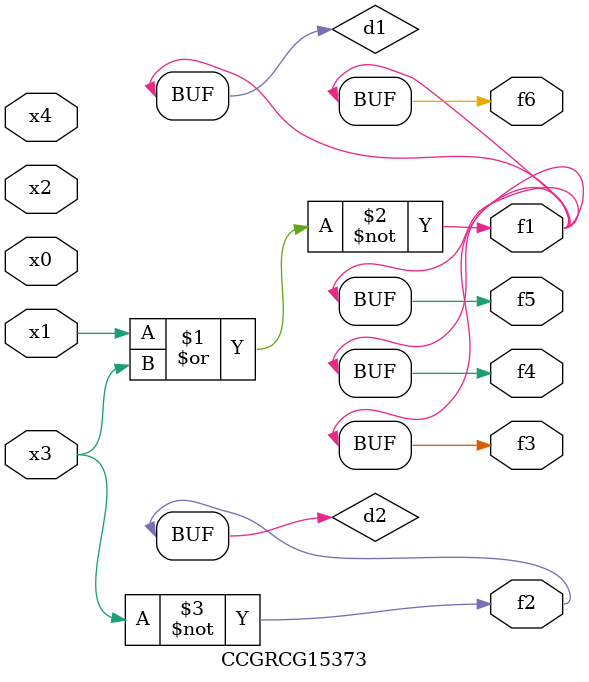
<source format=v>
module CCGRCG15373(
	input x0, x1, x2, x3, x4,
	output f1, f2, f3, f4, f5, f6
);

	wire d1, d2;

	nor (d1, x1, x3);
	not (d2, x3);
	assign f1 = d1;
	assign f2 = d2;
	assign f3 = d1;
	assign f4 = d1;
	assign f5 = d1;
	assign f6 = d1;
endmodule

</source>
